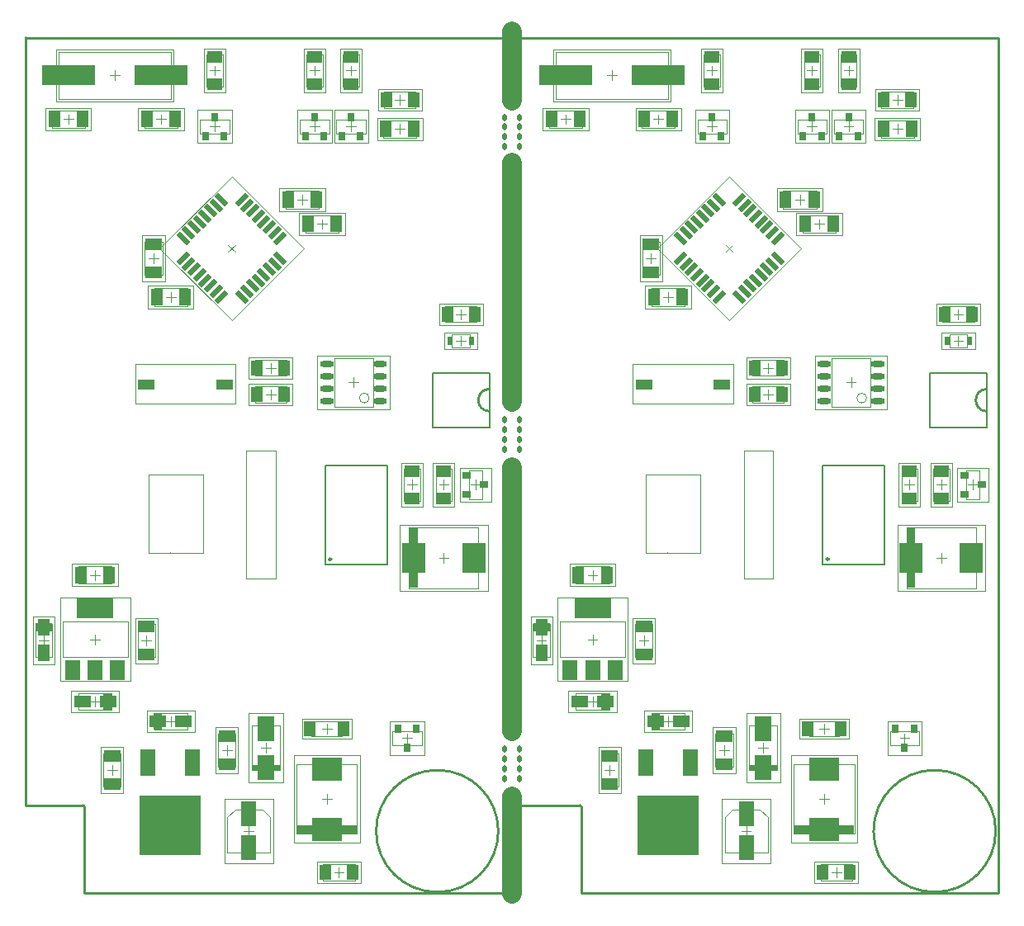
<source format=gtp>
G04*
G04 #@! TF.GenerationSoftware,Altium Limited,Altium Designer,21.3.2 (30)*
G04*
G04 Layer_Color=8421504*
%FSLAX25Y25*%
%MOIN*%
G70*
G04*
G04 #@! TF.SameCoordinates,2132C70D-00E6-48B3-8683-B54ED86332B3*
G04*
G04*
G04 #@! TF.FilePolarity,Positive*
G04*
G01*
G75*
%ADD11R,0.05118X0.07087*%
%ADD12R,0.21654X0.07874*%
%ADD13R,0.07087X0.04331*%
%ADD14R,0.07087X0.05118*%
%ADD15R,0.06299X0.09843*%
%ADD16R,0.07087X0.04842*%
%ADD17R,0.04842X0.07087*%
%ADD18R,0.09646X0.12402*%
%ADD19R,0.12402X0.09646*%
%ADD20R,0.06693X0.09843*%
%ADD21R,0.02461X0.03268*%
%ADD22R,0.04921X0.06496*%
%ADD23O,0.05709X0.02362*%
%ADD24R,0.03827X0.03158*%
%ADD25R,0.05906X0.07874*%
%ADD26R,0.14961X0.07874*%
%ADD27R,0.03150X0.03543*%
%ADD28R,0.06496X0.04724*%
%ADD29R,0.04724X0.06496*%
%ADD30R,0.24803X0.24016*%
%ADD31R,0.05906X0.11024*%
G04:AMPARAMS|DCode=32|XSize=21.65mil|YSize=59.06mil|CornerRadius=0mil|HoleSize=0mil|Usage=FLASHONLY|Rotation=225.000|XOffset=0mil|YOffset=0mil|HoleType=Round|Shape=Rectangle|*
%AMROTATEDRECTD32*
4,1,4,-0.01322,0.02854,0.02854,-0.01322,0.01322,-0.02854,-0.02854,0.01322,-0.01322,0.02854,0.0*
%
%ADD32ROTATEDRECTD32*%

G04:AMPARAMS|DCode=33|XSize=21.65mil|YSize=59.06mil|CornerRadius=0mil|HoleSize=0mil|Usage=FLASHONLY|Rotation=315.000|XOffset=0mil|YOffset=0mil|HoleType=Round|Shape=Rectangle|*
%AMROTATEDRECTD33*
4,1,4,-0.02854,-0.01322,0.01322,0.02854,0.02854,0.01322,-0.01322,-0.02854,-0.02854,-0.01322,0.0*
%
%ADD33ROTATEDRECTD33*%

%ADD36C,0.01000*%
%ADD38C,0.00394*%
%ADD39C,0.00787*%
%ADD40C,0.07874*%
%ADD41C,0.01968*%
%ADD42R,0.03307X0.06692*%
%ADD43R,0.06692X0.03307*%
%ADD44R,0.03765X0.24488*%
%ADD45R,0.24488X0.03765*%
%ADD46R,0.11496X0.02436*%
%ADD47R,0.24488X0.03765*%
%ADD48C,0.00197*%
D11*
X106496Y280512D02*
D03*
X117913D02*
D03*
X34252Y128937D02*
D03*
X22835D02*
D03*
X53347Y241142D02*
D03*
X64764D02*
D03*
X114370Y270669D02*
D03*
X125787D02*
D03*
X157283Y309055D02*
D03*
X145866D02*
D03*
X49409Y312992D02*
D03*
X60827D02*
D03*
X12008D02*
D03*
X23425D02*
D03*
X307283Y280512D02*
D03*
X318701D02*
D03*
X235039Y128937D02*
D03*
X223622D02*
D03*
X254134Y241142D02*
D03*
X265551D02*
D03*
X315158Y270669D02*
D03*
X326575D02*
D03*
X358071Y309055D02*
D03*
X346654D02*
D03*
X250197Y312992D02*
D03*
X261614D02*
D03*
X212795D02*
D03*
X224213D02*
D03*
D12*
X17717Y330709D02*
D03*
X55118D02*
D03*
X218504D02*
D03*
X255906D02*
D03*
D13*
X49213Y205709D02*
D03*
X80709D02*
D03*
X250000D02*
D03*
X281496D02*
D03*
D14*
X52165Y262598D02*
D03*
Y251181D02*
D03*
X81693Y63779D02*
D03*
Y52362D02*
D03*
X35433Y44488D02*
D03*
Y55905D02*
D03*
X49213Y108071D02*
D03*
Y96653D02*
D03*
X252953Y262598D02*
D03*
Y251181D02*
D03*
X282480Y63779D02*
D03*
Y52362D02*
D03*
X236221Y44488D02*
D03*
Y55905D02*
D03*
X250000Y108071D02*
D03*
Y96653D02*
D03*
D15*
X90551Y32480D02*
D03*
Y18701D02*
D03*
X291339Y32480D02*
D03*
Y18701D02*
D03*
D16*
X64213Y69882D02*
D03*
X53898D02*
D03*
X23386Y77756D02*
D03*
X33701D02*
D03*
X265000Y69882D02*
D03*
X254685D02*
D03*
X224173Y77756D02*
D03*
X234488D02*
D03*
D17*
X7874Y97441D02*
D03*
Y107756D02*
D03*
X208661Y97441D02*
D03*
Y107756D02*
D03*
D18*
X181496Y135827D02*
D03*
X157087D02*
D03*
X382283D02*
D03*
X357874D02*
D03*
D19*
X122047Y26181D02*
D03*
Y50591D02*
D03*
X322835Y26181D02*
D03*
Y50591D02*
D03*
D20*
X97441Y66929D02*
D03*
Y51181D02*
D03*
X298228Y66929D02*
D03*
Y51181D02*
D03*
D21*
X171801Y223425D02*
D03*
X180561D02*
D03*
X372589D02*
D03*
X381348D02*
D03*
D22*
X115256Y66929D02*
D03*
X128839D02*
D03*
X316043D02*
D03*
X329626D02*
D03*
D23*
X122146Y214193D02*
D03*
Y209193D02*
D03*
Y204193D02*
D03*
Y199193D02*
D03*
X143602Y214193D02*
D03*
Y209193D02*
D03*
Y204193D02*
D03*
Y199193D02*
D03*
X322933Y214193D02*
D03*
Y209193D02*
D03*
Y204193D02*
D03*
Y199193D02*
D03*
X344390Y214193D02*
D03*
Y209193D02*
D03*
Y204193D02*
D03*
Y199193D02*
D03*
D24*
X185571Y165354D02*
D03*
X178602Y161614D02*
D03*
Y169095D02*
D03*
X386358Y165354D02*
D03*
X379390Y161614D02*
D03*
Y169095D02*
D03*
D25*
X19488Y90551D02*
D03*
X28543D02*
D03*
X37598D02*
D03*
X220276D02*
D03*
X229331D02*
D03*
X238386D02*
D03*
D26*
X28543Y115354D02*
D03*
X229331D02*
D03*
D27*
X158268Y66929D02*
D03*
X150787D02*
D03*
X154528Y59055D02*
D03*
X73032Y306102D02*
D03*
X80512D02*
D03*
X76772Y313976D02*
D03*
X113386Y306102D02*
D03*
X120866D02*
D03*
X117126Y313976D02*
D03*
X128150Y306102D02*
D03*
X135630D02*
D03*
X131890Y313976D02*
D03*
X359055Y66929D02*
D03*
X351575D02*
D03*
X355315Y59055D02*
D03*
X273819Y306102D02*
D03*
X281299D02*
D03*
X277559Y313976D02*
D03*
X314173Y306102D02*
D03*
X321654D02*
D03*
X317913Y313976D02*
D03*
X328937Y306102D02*
D03*
X336417D02*
D03*
X332677Y313976D02*
D03*
D28*
X156496Y159843D02*
D03*
Y170866D02*
D03*
X169291D02*
D03*
Y159843D02*
D03*
X76772Y338189D02*
D03*
Y327165D02*
D03*
X117126Y338189D02*
D03*
Y327165D02*
D03*
X131890Y338189D02*
D03*
Y327165D02*
D03*
X357283Y159843D02*
D03*
Y170866D02*
D03*
X370079D02*
D03*
Y159843D02*
D03*
X277559Y338189D02*
D03*
Y327165D02*
D03*
X317913Y338189D02*
D03*
Y327165D02*
D03*
X332677Y338189D02*
D03*
Y327165D02*
D03*
D29*
X170669Y234252D02*
D03*
X181693D02*
D03*
X121457Y8858D02*
D03*
X132480D02*
D03*
X146063Y320866D02*
D03*
X157087D02*
D03*
X104921Y212598D02*
D03*
X93898D02*
D03*
X104921Y201772D02*
D03*
X93898D02*
D03*
X371457Y234252D02*
D03*
X382480D02*
D03*
X322244Y8858D02*
D03*
X333268D02*
D03*
X346850Y320866D02*
D03*
X357874D02*
D03*
X305709Y212598D02*
D03*
X294685D02*
D03*
X305709Y201772D02*
D03*
X294685D02*
D03*
D30*
X58913Y27756D02*
D03*
X259701D02*
D03*
D31*
X67913Y53150D02*
D03*
X49913D02*
D03*
X268701D02*
D03*
X250701D02*
D03*
D32*
X103288Y256790D02*
D03*
X101061Y254563D02*
D03*
X98834Y252336D02*
D03*
X96606Y250109D02*
D03*
X94379Y247882D02*
D03*
X92152Y245655D02*
D03*
X89925Y243427D02*
D03*
X87698Y241200D02*
D03*
X64035Y264863D02*
D03*
X66262Y267091D02*
D03*
X68489Y269318D02*
D03*
X70716Y271545D02*
D03*
X72944Y273772D02*
D03*
X75171Y275999D02*
D03*
X77398Y278226D02*
D03*
X79625Y280453D02*
D03*
X304075Y256790D02*
D03*
X301848Y254563D02*
D03*
X299621Y252336D02*
D03*
X297394Y250109D02*
D03*
X295167Y247882D02*
D03*
X292940Y245655D02*
D03*
X290713Y243427D02*
D03*
X288486Y241200D02*
D03*
X264822Y264863D02*
D03*
X267050Y267091D02*
D03*
X269277Y269318D02*
D03*
X271504Y271545D02*
D03*
X273731Y273772D02*
D03*
X275958Y275999D02*
D03*
X278185Y278226D02*
D03*
X280412Y280453D02*
D03*
D33*
X79625Y241200D02*
D03*
X77398Y243427D02*
D03*
X75171Y245655D02*
D03*
X72944Y247882D02*
D03*
X70716Y250109D02*
D03*
X68489Y252336D02*
D03*
X66262Y254563D02*
D03*
X64035Y256790D02*
D03*
X87698Y280453D02*
D03*
X89925Y278226D02*
D03*
X92152Y275999D02*
D03*
X94379Y273772D02*
D03*
X96606Y271545D02*
D03*
X98834Y269318D02*
D03*
X101061Y267091D02*
D03*
X103288Y264863D02*
D03*
X280412Y241200D02*
D03*
X278185Y243427D02*
D03*
X275958Y245655D02*
D03*
X273731Y247882D02*
D03*
X271504Y250109D02*
D03*
X269277Y252336D02*
D03*
X267050Y254563D02*
D03*
X264822Y256790D02*
D03*
X288486Y280453D02*
D03*
X290713Y278226D02*
D03*
X292940Y275999D02*
D03*
X295167Y273772D02*
D03*
X297394Y271545D02*
D03*
X299621Y269318D02*
D03*
X301848Y267091D02*
D03*
X304075Y264863D02*
D03*
D36*
X191282Y25589D02*
G03*
X191282Y25492I-24648J-97D01*
G01*
X123937Y135307D02*
G03*
X123937Y135307I-500J0D01*
G01*
X392069Y25589D02*
G03*
X392070Y25492I-24648J-97D01*
G01*
X324724Y135307D02*
G03*
X324724Y135307I-500J0D01*
G01*
X224911Y35425D02*
G03*
X224421Y35915I-490J0D01*
G01*
X24128Y35437D02*
G03*
X23984Y35783I-490J0D01*
G01*
D02*
G03*
X23618Y35935I-366J-366D01*
G01*
X500Y345956D02*
Y346000D01*
Y345956D02*
X393202D01*
Y500D02*
Y345956D01*
X224911Y500D02*
X393202D01*
X224911D02*
Y35425D01*
X199505Y35915D02*
X224421D01*
X199505Y500D02*
Y35915D01*
X199500Y500D02*
X199505D01*
X24128D02*
X199500D01*
X24128D02*
Y35437D01*
X499Y35935D02*
X23618D01*
X499D02*
Y36000D01*
X500D01*
Y346000D01*
X187593Y204036D02*
G03*
X187458Y195049I166J-4497D01*
G01*
X388381Y204036D02*
G03*
X388245Y195049I166J-4497D01*
G01*
D38*
X44713Y198209D02*
X85213D01*
Y214209D01*
X44713D02*
X85213D01*
X44713Y198209D02*
Y214209D01*
X72008Y145630D02*
Y161484D01*
X50197Y169543D02*
X62008D01*
X50197Y137953D02*
Y169543D01*
X72008Y161484D02*
Y169543D01*
X58697D02*
X72102D01*
X58858Y137953D02*
Y138043D01*
X50197Y137953D02*
X72102D01*
X72008D02*
Y145630D01*
X89567Y127638D02*
Y179213D01*
X101378D01*
Y127638D02*
Y179213D01*
X89567Y127638D02*
X101378D01*
X82270Y262219D02*
X85053Y259435D01*
X82270Y259435D02*
X85053Y262219D01*
X54570Y260827D02*
X83661Y289918D01*
Y231735D02*
X112753Y260827D01*
X54570D02*
X83661Y231735D01*
Y289918D02*
X112753Y260827D01*
X245500Y198209D02*
X286000D01*
Y214209D01*
X245500D02*
X286000D01*
X245500Y198209D02*
Y214209D01*
X272795Y145630D02*
Y161484D01*
X250984Y169543D02*
X262795D01*
X250984Y137953D02*
Y169543D01*
X272795Y161484D02*
Y169543D01*
X259484D02*
X272890D01*
X259646Y137953D02*
Y138043D01*
X250984Y137953D02*
X272890D01*
X272795D02*
Y145630D01*
X290354Y127638D02*
Y179213D01*
X302165D01*
Y127638D02*
Y179213D01*
X290354Y127638D02*
X302165D01*
X283057Y262219D02*
X285841Y259435D01*
X283057Y259435D02*
X285841Y262219D01*
X255357Y260827D02*
X284449Y289918D01*
Y231735D02*
X313540Y260827D01*
X255357D02*
X284449Y231735D01*
Y289918D02*
X313540Y260827D01*
X139173Y200394D02*
G03*
X139173Y200394I-1969J0D01*
G01*
X105512Y284055D02*
X118898D01*
X105512Y276969D02*
X118898D01*
X105512D02*
Y284055D01*
X118898Y276969D02*
Y284055D01*
X59153Y321161D02*
Y340256D01*
X13681Y321161D02*
Y340256D01*
Y321161D02*
X59153D01*
X13681Y340256D02*
X59153D01*
X55709Y250197D02*
Y263583D01*
X48622Y250197D02*
Y263583D01*
X55709D01*
X48622Y250197D02*
X55709D01*
X96063Y34252D02*
X99213Y31102D01*
X81890Y16929D02*
X99213Y16732D01*
X81890Y31102D02*
X85039Y34252D01*
X96063D01*
X99213Y16732D02*
Y31102D01*
X81890Y16929D02*
Y31102D01*
X78150Y64764D02*
X85236D01*
X78150Y51378D02*
X85236D01*
Y64764D01*
X78150Y51378D02*
Y64764D01*
X52362Y66536D02*
X65807D01*
X52362Y73228D02*
X65807D01*
Y66536D02*
Y73228D01*
X52362Y66536D02*
Y73228D01*
X31890Y43504D02*
X38976D01*
X31890Y56890D02*
X38976D01*
X31890Y43504D02*
Y56890D01*
X38976Y43504D02*
Y56890D01*
X21791Y81102D02*
X35236D01*
X21791Y74410D02*
X35236D01*
X21791D02*
Y81102D01*
X35236Y74410D02*
Y81102D01*
X45669Y109055D02*
X52756D01*
X45669Y95669D02*
X52756D01*
Y109055D01*
X45669Y95669D02*
Y109055D01*
X4528Y95847D02*
Y109291D01*
X11220Y95847D02*
Y109291D01*
X4528Y95847D02*
X11220D01*
X4528Y109291D02*
X11220D01*
X35236Y125394D02*
Y132480D01*
X21850Y125394D02*
Y132480D01*
Y125394D02*
X35236D01*
X21850Y132480D02*
X35236D01*
X52362Y237598D02*
Y244685D01*
X65748Y237598D02*
Y244685D01*
X52362D02*
X65748D01*
X52362Y237598D02*
X65748D01*
X113386Y274213D02*
X126772D01*
X113386Y267126D02*
X126772D01*
X113386D02*
Y274213D01*
X126772Y267126D02*
Y274213D01*
X158268Y305512D02*
Y312598D01*
X144882Y305512D02*
Y312598D01*
Y305512D02*
X158268D01*
X144882Y312598D02*
X158268D01*
X48425Y316535D02*
X61811D01*
X48425Y309449D02*
X61811D01*
X48425D02*
Y316535D01*
X61811Y309449D02*
Y316535D01*
X11024Y309449D02*
Y316535D01*
X24409Y309449D02*
Y316535D01*
X11024D02*
X24409D01*
X11024Y309449D02*
X24409D01*
X183287Y123583D02*
Y148071D01*
X155295Y123583D02*
Y148071D01*
Y123583D02*
X183287D01*
X155295Y148071D02*
X183287D01*
X109803Y24390D02*
Y52382D01*
X134291Y24390D02*
Y52382D01*
X109803Y24390D02*
X134291D01*
X109803Y52382D02*
X134291D01*
X91693Y68110D02*
X103189D01*
X91693Y50000D02*
X103189D01*
Y68110D01*
X91693Y50000D02*
Y68110D01*
X172638Y220768D02*
Y226083D01*
X179724Y220768D02*
Y226083D01*
X172638D02*
X179724D01*
X172638Y220768D02*
X179724D01*
X115945Y63878D02*
Y69980D01*
X128150Y63878D02*
Y69980D01*
X115945D02*
X128150D01*
X115945Y63878D02*
X128150D01*
X125000Y216535D02*
X140748D01*
X125000Y196850D02*
X140748D01*
X125000D02*
Y216535D01*
X140748Y196850D02*
Y216535D01*
X179331Y159449D02*
X184843D01*
X179331Y171260D02*
X184843D01*
Y159449D02*
Y171260D01*
X179331Y159449D02*
Y171260D01*
X15354Y95669D02*
X41732D01*
X15354Y110236D02*
X41732D01*
X15354Y95669D02*
Y110236D01*
X41732Y95669D02*
Y110236D01*
X148622Y60236D02*
Y65748D01*
Y60236D02*
X160433D01*
X148622Y65748D02*
X160433D01*
Y60236D02*
Y65748D01*
X82677Y307283D02*
Y312795D01*
X70866D02*
X82677D01*
X70866Y307283D02*
X82677D01*
X70866D02*
Y312795D01*
X123031Y307283D02*
Y312795D01*
X111221D02*
X123031D01*
X111221Y307283D02*
X123031D01*
X111221D02*
Y312795D01*
X137795Y307283D02*
Y312795D01*
X125984D02*
X137795D01*
X125984Y307283D02*
X137795D01*
X125984D02*
Y312795D01*
X153248Y158957D02*
Y171752D01*
X159744Y158957D02*
Y171752D01*
X153248Y158957D02*
X159744D01*
X153248Y171752D02*
X159744D01*
X169783Y237500D02*
X182579D01*
X169783Y231004D02*
X182579D01*
X169783D02*
Y237500D01*
X182579Y231004D02*
Y237500D01*
X172539Y158957D02*
Y171752D01*
X166043Y158957D02*
Y171752D01*
X172539D01*
X166043Y158957D02*
X172539D01*
X120571Y12106D02*
X133366D01*
X120571Y5610D02*
X133366D01*
X120571D02*
Y12106D01*
X133366Y5610D02*
Y12106D01*
X145177Y324114D02*
X157972D01*
X145177Y317618D02*
X157972D01*
X145177D02*
Y324114D01*
X157972Y317618D02*
Y324114D01*
X80020Y326279D02*
Y339075D01*
X73524Y326279D02*
Y339075D01*
X80020D01*
X73524Y326279D02*
X80020D01*
X120374D02*
Y339075D01*
X113878Y326279D02*
Y339075D01*
X120374D01*
X113878Y326279D02*
X120374D01*
X135138D02*
Y339075D01*
X128642Y326279D02*
Y339075D01*
X135138D01*
X128642Y326279D02*
X135138D01*
X93012Y209350D02*
X105807D01*
X93012Y215846D02*
X105807D01*
Y209350D02*
Y215846D01*
X93012Y209350D02*
Y215846D01*
Y198524D02*
X105807D01*
X93012Y205020D02*
X105807D01*
Y198524D02*
Y205020D01*
X93012Y198524D02*
Y205020D01*
X339961Y200394D02*
G03*
X339961Y200394I-1969J0D01*
G01*
X306299Y284055D02*
X319685D01*
X306299Y276969D02*
X319685D01*
X306299D02*
Y284055D01*
X319685Y276969D02*
Y284055D01*
X259941Y321161D02*
Y340256D01*
X214469Y321161D02*
Y340256D01*
Y321161D02*
X259941D01*
X214469Y340256D02*
X259941D01*
X256496Y250197D02*
Y263583D01*
X249410Y250197D02*
Y263583D01*
X256496D01*
X249410Y250197D02*
X256496D01*
X296850Y34252D02*
X300000Y31102D01*
X282677Y16929D02*
X300000Y16732D01*
X282677Y31102D02*
X285827Y34252D01*
X296850D01*
X300000Y16732D02*
Y31102D01*
X282677Y16929D02*
Y31102D01*
X278937Y64764D02*
X286024D01*
X278937Y51378D02*
X286024D01*
Y64764D01*
X278937Y51378D02*
Y64764D01*
X253150Y66536D02*
X266594D01*
X253150Y73228D02*
X266594D01*
Y66536D02*
Y73228D01*
X253150Y66536D02*
Y73228D01*
X232677Y43504D02*
X239764D01*
X232677Y56890D02*
X239764D01*
X232677Y43504D02*
Y56890D01*
X239764Y43504D02*
Y56890D01*
X222579Y81102D02*
X236024D01*
X222579Y74410D02*
X236024D01*
X222579D02*
Y81102D01*
X236024Y74410D02*
Y81102D01*
X246457Y109055D02*
X253543D01*
X246457Y95669D02*
X253543D01*
Y109055D01*
X246457Y95669D02*
Y109055D01*
X205315Y95847D02*
Y109291D01*
X212007Y95847D02*
Y109291D01*
X205315Y95847D02*
X212007D01*
X205315Y109291D02*
X212007D01*
X236024Y125394D02*
Y132480D01*
X222638Y125394D02*
Y132480D01*
Y125394D02*
X236024D01*
X222638Y132480D02*
X236024D01*
X253150Y237598D02*
Y244685D01*
X266535Y237598D02*
Y244685D01*
X253150D02*
X266535D01*
X253150Y237598D02*
X266535D01*
X314173Y274213D02*
X327559D01*
X314173Y267126D02*
X327559D01*
X314173D02*
Y274213D01*
X327559Y267126D02*
Y274213D01*
X359055Y305512D02*
Y312598D01*
X345669Y305512D02*
Y312598D01*
Y305512D02*
X359055D01*
X345669Y312598D02*
X359055D01*
X249213Y316535D02*
X262598D01*
X249213Y309449D02*
X262598D01*
X249213D02*
Y316535D01*
X262598Y309449D02*
Y316535D01*
X211811Y309449D02*
Y316535D01*
X225197Y309449D02*
Y316535D01*
X211811D02*
X225197D01*
X211811Y309449D02*
X225197D01*
X384075Y123583D02*
Y148071D01*
X356083Y123583D02*
Y148071D01*
Y123583D02*
X384075D01*
X356083Y148071D02*
X384075D01*
X310591Y24390D02*
Y52382D01*
X335079Y24390D02*
Y52382D01*
X310591Y24390D02*
X335079D01*
X310591Y52382D02*
X335079D01*
X292480Y68110D02*
X303976D01*
X292480Y50000D02*
X303976D01*
Y68110D01*
X292480Y50000D02*
Y68110D01*
X373425Y220768D02*
Y226083D01*
X380512Y220768D02*
Y226083D01*
X373425D02*
X380512D01*
X373425Y220768D02*
X380512D01*
X316732Y63878D02*
Y69980D01*
X328937Y63878D02*
Y69980D01*
X316732D02*
X328937D01*
X316732Y63878D02*
X328937D01*
X325787Y216535D02*
X341535D01*
X325787Y196850D02*
X341535D01*
X325787D02*
Y216535D01*
X341535Y196850D02*
Y216535D01*
X380118Y159449D02*
X385630D01*
X380118Y171260D02*
X385630D01*
Y159449D02*
Y171260D01*
X380118Y159449D02*
Y171260D01*
X216142Y95669D02*
X242520D01*
X216142Y110236D02*
X242520D01*
X216142Y95669D02*
Y110236D01*
X242520Y95669D02*
Y110236D01*
X349410Y60236D02*
Y65748D01*
Y60236D02*
X361221D01*
X349410Y65748D02*
X361221D01*
Y60236D02*
Y65748D01*
X283465Y307283D02*
Y312795D01*
X271654D02*
X283465D01*
X271654Y307283D02*
X283465D01*
X271654D02*
Y312795D01*
X323819Y307283D02*
Y312795D01*
X312008D02*
X323819D01*
X312008Y307283D02*
X323819D01*
X312008D02*
Y312795D01*
X338583Y307283D02*
Y312795D01*
X326772D02*
X338583D01*
X326772Y307283D02*
X338583D01*
X326772D02*
Y312795D01*
X354035Y158957D02*
Y171752D01*
X360531Y158957D02*
Y171752D01*
X354035Y158957D02*
X360531D01*
X354035Y171752D02*
X360531D01*
X370571Y237500D02*
X383366D01*
X370571Y231004D02*
X383366D01*
X370571D02*
Y237500D01*
X383366Y231004D02*
Y237500D01*
X373327Y158957D02*
Y171752D01*
X366831Y158957D02*
Y171752D01*
X373327D01*
X366831Y158957D02*
X373327D01*
X321358Y12106D02*
X334154D01*
X321358Y5610D02*
X334154D01*
X321358D02*
Y12106D01*
X334154Y5610D02*
Y12106D01*
X345965Y324114D02*
X358760D01*
X345965Y317618D02*
X358760D01*
X345965D02*
Y324114D01*
X358760Y317618D02*
Y324114D01*
X280807Y326279D02*
Y339075D01*
X274311Y326279D02*
Y339075D01*
X280807D01*
X274311Y326279D02*
X280807D01*
X321161D02*
Y339075D01*
X314665Y326279D02*
Y339075D01*
X321161D01*
X314665Y326279D02*
X321161D01*
X335925D02*
Y339075D01*
X329429Y326279D02*
Y339075D01*
X335925D01*
X329429Y326279D02*
X335925D01*
X293799Y209350D02*
X306594D01*
X293799Y215846D02*
X306594D01*
Y209350D02*
Y215846D01*
X293799Y209350D02*
Y215846D01*
Y198524D02*
X306594D01*
X293799Y205020D02*
X306594D01*
Y198524D02*
Y205020D01*
X293799Y198524D02*
Y205020D01*
X112205Y278543D02*
Y282480D01*
X110236Y280512D02*
X114173D01*
X34449Y330709D02*
X38386D01*
X36417Y328740D02*
Y332677D01*
X50197Y256890D02*
X54134D01*
X52165Y254921D02*
Y258858D01*
X90551Y23622D02*
Y27559D01*
X88583Y25591D02*
X92520D01*
X81693Y56102D02*
Y60039D01*
X79724Y58071D02*
X83661D01*
X59055Y67913D02*
Y71850D01*
X57087Y69882D02*
X61024D01*
X35433Y48228D02*
Y52165D01*
X33465Y50197D02*
X37402D01*
X28543Y75787D02*
Y79724D01*
X26575Y77756D02*
X30512D01*
X49213Y100394D02*
Y104331D01*
X47244Y102362D02*
X51181D01*
X5906Y102598D02*
X9843D01*
X7874Y100630D02*
Y104567D01*
X26575Y128937D02*
X30512D01*
X28543Y126969D02*
Y130905D01*
X57087Y241142D02*
X61024D01*
X59055Y239173D02*
Y243110D01*
X120079Y268701D02*
Y272638D01*
X118110Y270669D02*
X122047D01*
X149606Y309055D02*
X153543D01*
X151575Y307087D02*
Y311024D01*
X55118D02*
Y314961D01*
X53150Y312992D02*
X57087D01*
X15748D02*
X19685D01*
X17717Y311024D02*
Y314961D01*
X167323Y135827D02*
X171260D01*
X169291Y133858D02*
Y137795D01*
X120079Y38386D02*
X124016D01*
X122047Y36417D02*
Y40354D01*
X97441Y57087D02*
Y61024D01*
X95472Y59055D02*
X99409D01*
X174213Y223425D02*
X178150D01*
X176181Y221457D02*
Y225394D01*
X120079Y66929D02*
X124016D01*
X122047Y64961D02*
Y68898D01*
X132874Y204724D02*
Y208661D01*
X130905Y206693D02*
X134843D01*
X182087Y163386D02*
Y167323D01*
X180118Y165354D02*
X184055D01*
X28543Y100984D02*
Y104921D01*
X26575Y102953D02*
X30512D01*
X154528Y61024D02*
Y64961D01*
X152559Y62992D02*
X156496D01*
X76772Y308071D02*
Y312008D01*
X74803Y310039D02*
X78740D01*
X117126Y308071D02*
Y312008D01*
X115157Y310039D02*
X119095D01*
X131890Y308071D02*
Y312008D01*
X129921Y310039D02*
X133858D01*
X154528Y165354D02*
X158465D01*
X156496Y163386D02*
Y167323D01*
X176181Y232283D02*
Y236221D01*
X174213Y234252D02*
X178150D01*
X167323Y165354D02*
X171260D01*
X169291Y163386D02*
Y167323D01*
X126969Y6890D02*
Y10827D01*
X125000Y8858D02*
X128937D01*
X151575Y318898D02*
Y322835D01*
X149606Y320866D02*
X153543D01*
X74803Y332677D02*
X78740D01*
X76772Y330709D02*
Y334646D01*
X115157Y332677D02*
X119095D01*
X117126Y330709D02*
Y334646D01*
X129921Y332677D02*
X133858D01*
X131890Y330709D02*
Y334646D01*
X99410Y210630D02*
Y214567D01*
X97441Y212598D02*
X101378D01*
X99410Y199803D02*
Y203740D01*
X97441Y201772D02*
X101378D01*
X312992Y278543D02*
Y282480D01*
X311024Y280512D02*
X314961D01*
X235236Y330709D02*
X239173D01*
X237205Y328740D02*
Y332677D01*
X250984Y256890D02*
X254921D01*
X252953Y254921D02*
Y258858D01*
X291339Y23622D02*
Y27559D01*
X289370Y25591D02*
X293307D01*
X282480Y56102D02*
Y60039D01*
X280512Y58071D02*
X284449D01*
X259842Y67913D02*
Y71850D01*
X257874Y69882D02*
X261811D01*
X236221Y48228D02*
Y52165D01*
X234252Y50197D02*
X238189D01*
X229331Y75787D02*
Y79724D01*
X227362Y77756D02*
X231299D01*
X250000Y100394D02*
Y104331D01*
X248031Y102362D02*
X251969D01*
X206693Y102598D02*
X210630D01*
X208661Y100630D02*
Y104567D01*
X227362Y128937D02*
X231299D01*
X229331Y126969D02*
Y130905D01*
X257874Y241142D02*
X261811D01*
X259842Y239173D02*
Y243110D01*
X320866Y268701D02*
Y272638D01*
X318898Y270669D02*
X322835D01*
X350394Y309055D02*
X354331D01*
X352362Y307087D02*
Y311024D01*
X255906D02*
Y314961D01*
X253937Y312992D02*
X257874D01*
X216535D02*
X220473D01*
X218504Y311024D02*
Y314961D01*
X368110Y135827D02*
X372047D01*
X370079Y133858D02*
Y137795D01*
X320866Y38386D02*
X324803D01*
X322835Y36417D02*
Y40354D01*
X298228Y57087D02*
Y61024D01*
X296260Y59055D02*
X300197D01*
X375000Y223425D02*
X378937D01*
X376969Y221457D02*
Y225394D01*
X320866Y66929D02*
X324803D01*
X322835Y64961D02*
Y68898D01*
X333661Y204724D02*
Y208661D01*
X331693Y206693D02*
X335630D01*
X382874Y163386D02*
Y167323D01*
X380906Y165354D02*
X384842D01*
X229331Y100984D02*
Y104921D01*
X227362Y102953D02*
X231299D01*
X355315Y61024D02*
Y64961D01*
X353346Y62992D02*
X357283D01*
X277559Y308071D02*
Y312008D01*
X275590Y310039D02*
X279528D01*
X317913Y308071D02*
Y312008D01*
X315945Y310039D02*
X319882D01*
X332677Y308071D02*
Y312008D01*
X330709Y310039D02*
X334646D01*
X355315Y165354D02*
X359252D01*
X357283Y163386D02*
Y167323D01*
X376969Y232283D02*
Y236221D01*
X375000Y234252D02*
X378937D01*
X368110Y165354D02*
X372047D01*
X370079Y163386D02*
Y167323D01*
X327756Y6890D02*
Y10827D01*
X325787Y8858D02*
X329724D01*
X352362Y318898D02*
Y322835D01*
X350394Y320866D02*
X354331D01*
X275591Y332677D02*
X279528D01*
X277559Y330709D02*
Y334646D01*
X315945Y332677D02*
X319882D01*
X317913Y330709D02*
Y334646D01*
X330709Y332677D02*
X334646D01*
X332677Y330709D02*
Y334646D01*
X300197Y210630D02*
Y214567D01*
X298228Y212598D02*
X302165D01*
X300197Y199803D02*
Y203740D01*
X298228Y201772D02*
X302165D01*
D39*
X121437Y173307D02*
X146437D01*
Y133307D02*
Y173307D01*
X121437Y133307D02*
X146437D01*
X121437D02*
Y173307D01*
Y133307D02*
Y173307D01*
X322224D02*
X347224D01*
Y133307D02*
Y173307D01*
X322224Y133307D02*
X347224D01*
X322224D02*
Y173307D01*
Y133307D02*
Y173307D01*
X164760Y188567D02*
Y210567D01*
Y188567D02*
X187760D01*
X164760Y210567D02*
X187760D01*
Y188567D02*
Y210567D01*
X365547Y188567D02*
Y210567D01*
Y188567D02*
X388547D01*
X365547Y210567D02*
X388547D01*
Y188567D02*
Y210567D01*
D40*
X196850Y0D02*
Y39370D01*
X196883Y65927D02*
Y172424D01*
X196850Y198819D02*
Y295472D01*
Y198819D02*
Y295472D01*
X196845Y320500D02*
Y348500D01*
D41*
X199803Y46244D02*
Y47244D01*
Y50181D02*
Y51181D01*
Y54118D02*
Y55118D01*
Y58055D02*
Y59055D01*
X193898Y58055D02*
Y59055D01*
Y54118D02*
Y55118D01*
Y50181D02*
Y51181D01*
Y46244D02*
Y47244D01*
X199836Y179207D02*
Y180207D01*
Y183144D02*
Y184144D01*
Y187081D02*
Y188081D01*
Y191018D02*
Y192018D01*
X193931Y191018D02*
Y192018D01*
Y187081D02*
Y188081D01*
Y183144D02*
Y184144D01*
Y179207D02*
Y180207D01*
X199803Y313280D02*
Y314280D01*
Y309343D02*
Y310343D01*
Y305405D02*
Y306405D01*
Y301468D02*
Y302468D01*
X193898Y301468D02*
Y302468D01*
Y305405D02*
Y306405D01*
Y309343D02*
Y310343D01*
Y313280D02*
Y314280D01*
D42*
X53959Y69881D02*
D03*
X33640Y77755D02*
D03*
X254746Y69881D02*
D03*
X234427Y77755D02*
D03*
D43*
X7873Y107696D02*
D03*
X208661D02*
D03*
D44*
X157178Y135827D02*
D03*
X357965D02*
D03*
D45*
X122047Y26272D02*
D03*
D46*
X97443Y51219D02*
D03*
X298231D02*
D03*
D47*
X322835Y26272D02*
D03*
D48*
X102953Y285039D02*
X121457D01*
X102953Y275984D02*
X121457D01*
X102953D02*
Y285039D01*
X121457Y275984D02*
Y285039D01*
X60138Y320177D02*
Y341240D01*
X12697Y320177D02*
Y341240D01*
Y320177D02*
X60138D01*
X12697Y341240D02*
X60138D01*
X56693Y247638D02*
Y266142D01*
X47638Y247638D02*
Y266142D01*
X56693D01*
X47638Y247638D02*
X56693D01*
X80709Y38583D02*
X100394D01*
X80709Y12598D02*
X100394D01*
Y38583D01*
X80709Y12598D02*
Y38583D01*
X77165Y67323D02*
X86221D01*
X77165Y48819D02*
X86221D01*
Y67323D01*
X77165Y48819D02*
Y67323D01*
X49370Y65551D02*
Y74213D01*
Y65551D02*
X68740D01*
X49370Y74213D02*
X68740D01*
Y65551D02*
Y74213D01*
X30906Y40945D02*
X39961D01*
X30906Y59449D02*
X39961D01*
X30906Y40945D02*
Y59449D01*
X39961Y40945D02*
Y59449D01*
X38228Y73425D02*
Y82087D01*
X18858D02*
X38228D01*
X18858Y73425D02*
X38228D01*
X18858D02*
Y82087D01*
X44685Y111614D02*
X53740D01*
X44685Y93110D02*
X53740D01*
Y111614D01*
X44685Y93110D02*
Y111614D01*
X3543Y112284D02*
X12205D01*
X3543Y92913D02*
Y112284D01*
X12205Y92913D02*
Y112284D01*
X3543Y92913D02*
X12205D01*
X37795Y124409D02*
Y133465D01*
X19291Y124409D02*
Y133465D01*
Y124409D02*
X37795D01*
X19291Y133465D02*
X37795D01*
X49803Y236614D02*
Y245669D01*
X68307Y236614D02*
Y245669D01*
X49803D02*
X68307D01*
X49803Y236614D02*
X68307D01*
X110827Y275197D02*
X129331D01*
X110827Y266142D02*
X129331D01*
X110827D02*
Y275197D01*
X129331Y266142D02*
Y275197D01*
X160827Y304528D02*
Y313583D01*
X142323Y304528D02*
Y313583D01*
Y304528D02*
X160827D01*
X142323Y313583D02*
X160827D01*
X45866Y317520D02*
X64370D01*
X45866Y308465D02*
X64370D01*
X45866D02*
Y317520D01*
X64370Y308465D02*
Y317520D01*
X8465Y308465D02*
Y317520D01*
X26969Y308465D02*
Y317520D01*
X8465D02*
X26969D01*
X8465Y308465D02*
X26969D01*
X187008Y122441D02*
Y149213D01*
X151575Y122441D02*
Y149213D01*
Y122441D02*
X187008D01*
X151575Y149213D02*
X187008D01*
X108661Y20669D02*
Y56102D01*
X135433Y20669D02*
Y56102D01*
X108661Y20669D02*
X135433D01*
X108661Y56102D02*
X135433D01*
X90551Y73055D02*
X104331D01*
X90551Y45055D02*
X104331D01*
Y73055D01*
X90551Y45055D02*
Y73055D01*
X169488Y220079D02*
Y226772D01*
X182874Y220079D02*
Y226772D01*
X169488D02*
X182874D01*
X169488Y220079D02*
X182874D01*
X112008Y62894D02*
Y70965D01*
X132087Y62894D02*
Y70965D01*
X112008D02*
X132087D01*
X112008Y62894D02*
X132087D01*
X118307Y217520D02*
X147441D01*
X118307Y195866D02*
X147441D01*
X118307D02*
Y217520D01*
X147441Y195866D02*
Y217520D01*
X175787Y158465D02*
X188386D01*
X175787Y172244D02*
X188386D01*
Y158465D02*
Y172244D01*
X175787Y158465D02*
Y172244D01*
X14370Y86221D02*
X42717D01*
X14370Y119685D02*
X42717D01*
X14370Y86221D02*
Y119685D01*
X42717Y86221D02*
Y119685D01*
X147638Y69685D02*
X161417D01*
X147638Y56299D02*
X161417D01*
Y69685D01*
X147638Y56299D02*
Y69685D01*
X69882Y303346D02*
X83661D01*
X69882Y316732D02*
X83661D01*
X69882Y303346D02*
Y316732D01*
X83661Y303346D02*
Y316732D01*
X110236Y303346D02*
X124016D01*
X110236Y316732D02*
X124016D01*
X110236Y303346D02*
Y316732D01*
X124016Y303346D02*
Y316732D01*
X125000Y303346D02*
X138779D01*
X125000Y316732D02*
X138779D01*
X125000Y303346D02*
Y316732D01*
X138779Y303346D02*
Y316732D01*
X152165Y156496D02*
Y174213D01*
X160827Y156496D02*
Y174213D01*
X152165Y156496D02*
X160827D01*
X152165Y174213D02*
X160827D01*
X167323Y238583D02*
X185039D01*
X167323Y229921D02*
X185039D01*
X167323D02*
Y238583D01*
X185039Y229921D02*
Y238583D01*
X173622Y156496D02*
Y174213D01*
X164961Y156496D02*
Y174213D01*
X173622D01*
X164961Y156496D02*
X173622D01*
X118110Y13189D02*
X135827D01*
X118110Y4528D02*
X135827D01*
X118110D02*
Y13189D01*
X135827Y4528D02*
Y13189D01*
X142717Y325197D02*
X160433D01*
X142717Y316535D02*
X160433D01*
X142717D02*
Y325197D01*
X160433Y316535D02*
Y325197D01*
X81102Y323819D02*
Y341535D01*
X72441Y323819D02*
Y341535D01*
X81102D01*
X72441Y323819D02*
X81102D01*
X121457D02*
Y341535D01*
X112795Y323819D02*
Y341535D01*
X121457D01*
X112795Y323819D02*
X121457D01*
X136221D02*
Y341535D01*
X127559Y323819D02*
Y341535D01*
X136221D01*
X127559Y323819D02*
X136221D01*
X90551Y208268D02*
X108268D01*
X90551Y216929D02*
X108268D01*
Y208268D02*
Y216929D01*
X90551Y208268D02*
Y216929D01*
Y197441D02*
X108268D01*
X90551Y206102D02*
X108268D01*
Y197441D02*
Y206102D01*
X90551Y197441D02*
Y206102D01*
X303740Y285039D02*
X322244D01*
X303740Y275984D02*
X322244D01*
X303740D02*
Y285039D01*
X322244Y275984D02*
Y285039D01*
X260925Y320177D02*
Y341240D01*
X213484Y320177D02*
Y341240D01*
Y320177D02*
X260925D01*
X213484Y341240D02*
X260925D01*
X257480Y247638D02*
Y266142D01*
X248425Y247638D02*
Y266142D01*
X257480D01*
X248425Y247638D02*
X257480D01*
X281496Y38583D02*
X301181D01*
X281496Y12598D02*
X301181D01*
Y38583D01*
X281496Y12598D02*
Y38583D01*
X277953Y67323D02*
X287008D01*
X277953Y48819D02*
X287008D01*
Y67323D01*
X277953Y48819D02*
Y67323D01*
X250157Y65551D02*
Y74213D01*
Y65551D02*
X269528D01*
X250157Y74213D02*
X269528D01*
Y65551D02*
Y74213D01*
X231693Y40945D02*
X240748D01*
X231693Y59449D02*
X240748D01*
X231693Y40945D02*
Y59449D01*
X240748Y40945D02*
Y59449D01*
X239016Y73425D02*
Y82087D01*
X219646D02*
X239016D01*
X219646Y73425D02*
X239016D01*
X219646D02*
Y82087D01*
X245472Y111614D02*
X254528D01*
X245472Y93110D02*
X254528D01*
Y111614D01*
X245472Y93110D02*
Y111614D01*
X204331Y112284D02*
X212992D01*
X204331Y92913D02*
Y112284D01*
X212992Y92913D02*
Y112284D01*
X204331Y92913D02*
X212992D01*
X238583Y124409D02*
Y133465D01*
X220079Y124409D02*
Y133465D01*
Y124409D02*
X238583D01*
X220079Y133465D02*
X238583D01*
X250591Y236614D02*
Y245669D01*
X269094Y236614D02*
Y245669D01*
X250591D02*
X269094D01*
X250591Y236614D02*
X269094D01*
X311614Y275197D02*
X330118D01*
X311614Y266142D02*
X330118D01*
X311614D02*
Y275197D01*
X330118Y266142D02*
Y275197D01*
X361614Y304528D02*
Y313583D01*
X343110Y304528D02*
Y313583D01*
Y304528D02*
X361614D01*
X343110Y313583D02*
X361614D01*
X246654Y317520D02*
X265158D01*
X246654Y308465D02*
X265158D01*
X246654D02*
Y317520D01*
X265158Y308465D02*
Y317520D01*
X209252Y308465D02*
Y317520D01*
X227756Y308465D02*
Y317520D01*
X209252D02*
X227756D01*
X209252Y308465D02*
X227756D01*
X387795Y122441D02*
Y149213D01*
X352362Y122441D02*
Y149213D01*
Y122441D02*
X387795D01*
X352362Y149213D02*
X387795D01*
X309449Y20669D02*
Y56102D01*
X336221Y20669D02*
Y56102D01*
X309449Y20669D02*
X336221D01*
X309449Y56102D02*
X336221D01*
X291339Y73055D02*
X305118D01*
X291339Y45055D02*
X305118D01*
Y73055D01*
X291339Y45055D02*
Y73055D01*
X370276Y220079D02*
Y226772D01*
X383661Y220079D02*
Y226772D01*
X370276D02*
X383661D01*
X370276Y220079D02*
X383661D01*
X312795Y62894D02*
Y70965D01*
X332874Y62894D02*
Y70965D01*
X312795D02*
X332874D01*
X312795Y62894D02*
X332874D01*
X319094Y217520D02*
X348228D01*
X319094Y195866D02*
X348228D01*
X319094D02*
Y217520D01*
X348228Y195866D02*
Y217520D01*
X376575Y158465D02*
X389173D01*
X376575Y172244D02*
X389173D01*
Y158465D02*
Y172244D01*
X376575Y158465D02*
Y172244D01*
X215158Y86221D02*
X243504D01*
X215158Y119685D02*
X243504D01*
X215158Y86221D02*
Y119685D01*
X243504Y86221D02*
Y119685D01*
X348425Y69685D02*
X362205D01*
X348425Y56299D02*
X362205D01*
Y69685D01*
X348425Y56299D02*
Y69685D01*
X270669Y303346D02*
X284449D01*
X270669Y316732D02*
X284449D01*
X270669Y303346D02*
Y316732D01*
X284449Y303346D02*
Y316732D01*
X311024Y303346D02*
X324803D01*
X311024Y316732D02*
X324803D01*
X311024Y303346D02*
Y316732D01*
X324803Y303346D02*
Y316732D01*
X325787Y303346D02*
X339567D01*
X325787Y316732D02*
X339567D01*
X325787Y303346D02*
Y316732D01*
X339567Y303346D02*
Y316732D01*
X352953Y156496D02*
Y174213D01*
X361614Y156496D02*
Y174213D01*
X352953Y156496D02*
X361614D01*
X352953Y174213D02*
X361614D01*
X368110Y238583D02*
X385827D01*
X368110Y229921D02*
X385827D01*
X368110D02*
Y238583D01*
X385827Y229921D02*
Y238583D01*
X374410Y156496D02*
Y174213D01*
X365748Y156496D02*
Y174213D01*
X374410D01*
X365748Y156496D02*
X374410D01*
X318898Y13189D02*
X336614D01*
X318898Y4528D02*
X336614D01*
X318898D02*
Y13189D01*
X336614Y4528D02*
Y13189D01*
X343504Y325197D02*
X361221D01*
X343504Y316535D02*
X361221D01*
X343504D02*
Y325197D01*
X361221Y316535D02*
Y325197D01*
X281890Y323819D02*
Y341535D01*
X273228Y323819D02*
Y341535D01*
X281890D01*
X273228Y323819D02*
X281890D01*
X322244D02*
Y341535D01*
X313583Y323819D02*
Y341535D01*
X322244D01*
X313583Y323819D02*
X322244D01*
X337008D02*
Y341535D01*
X328346Y323819D02*
Y341535D01*
X337008D01*
X328346Y323819D02*
X337008D01*
X291339Y208268D02*
X309055D01*
X291339Y216929D02*
X309055D01*
Y208268D02*
Y216929D01*
X291339Y208268D02*
Y216929D01*
Y197441D02*
X309055D01*
X291339Y206102D02*
X309055D01*
Y197441D02*
Y206102D01*
X291339Y197441D02*
Y206102D01*
M02*

</source>
